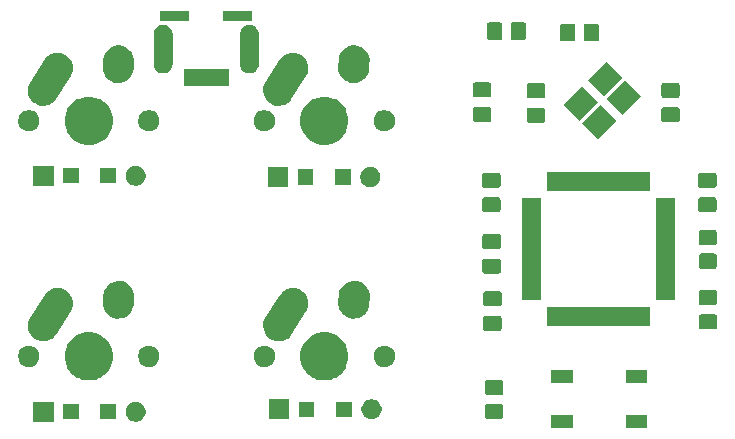
<source format=gbs>
G04 #@! TF.GenerationSoftware,KiCad,Pcbnew,(5.1.4-0-10_14)*
G04 #@! TF.CreationDate,2021-05-07T18:37:14+08:00*
G04 #@! TF.ProjectId,rqm-pcb,72716d2d-7063-4622-9e6b-696361645f70,rev?*
G04 #@! TF.SameCoordinates,Original*
G04 #@! TF.FileFunction,Soldermask,Bot*
G04 #@! TF.FilePolarity,Negative*
%FSLAX46Y46*%
G04 Gerber Fmt 4.6, Leading zero omitted, Abs format (unit mm)*
G04 Created by KiCad (PCBNEW (5.1.4-0-10_14)) date 2021-05-07 18:37:14*
%MOMM*%
%LPD*%
G04 APERTURE LIST*
%ADD10C,0.100000*%
G04 APERTURE END LIST*
D10*
G36*
X138981000Y-112741000D02*
G01*
X137179000Y-112741000D01*
X137179000Y-111639000D01*
X138981000Y-111639000D01*
X138981000Y-112741000D01*
X138981000Y-112741000D01*
G37*
G36*
X132681000Y-112741000D02*
G01*
X130879000Y-112741000D01*
X130879000Y-111639000D01*
X132681000Y-111639000D01*
X132681000Y-112741000D01*
X132681000Y-112741000D01*
G37*
G36*
X95918228Y-110541703D02*
G01*
X96073100Y-110605853D01*
X96212481Y-110698985D01*
X96331015Y-110817519D01*
X96424147Y-110956900D01*
X96488297Y-111111772D01*
X96521000Y-111276184D01*
X96521000Y-111443816D01*
X96488297Y-111608228D01*
X96424147Y-111763100D01*
X96331015Y-111902481D01*
X96212481Y-112021015D01*
X96073100Y-112114147D01*
X95918228Y-112178297D01*
X95753816Y-112211000D01*
X95586184Y-112211000D01*
X95421772Y-112178297D01*
X95266900Y-112114147D01*
X95127519Y-112021015D01*
X95008985Y-111902481D01*
X94915853Y-111763100D01*
X94851703Y-111608228D01*
X94819000Y-111443816D01*
X94819000Y-111276184D01*
X94851703Y-111111772D01*
X94915853Y-110956900D01*
X95008985Y-110817519D01*
X95127519Y-110698985D01*
X95266900Y-110605853D01*
X95421772Y-110541703D01*
X95586184Y-110509000D01*
X95753816Y-110509000D01*
X95918228Y-110541703D01*
X95918228Y-110541703D01*
G37*
G36*
X88721000Y-112211000D02*
G01*
X87019000Y-112211000D01*
X87019000Y-110509000D01*
X88721000Y-110509000D01*
X88721000Y-112211000D01*
X88721000Y-112211000D01*
G37*
G36*
X90846000Y-112011000D02*
G01*
X89544000Y-112011000D01*
X89544000Y-110709000D01*
X90846000Y-110709000D01*
X90846000Y-112011000D01*
X90846000Y-112011000D01*
G37*
G36*
X115888228Y-110341703D02*
G01*
X116043100Y-110405853D01*
X116182481Y-110498985D01*
X116301015Y-110617519D01*
X116394147Y-110756900D01*
X116458297Y-110911772D01*
X116491000Y-111076184D01*
X116491000Y-111243816D01*
X116458297Y-111408228D01*
X116394147Y-111563100D01*
X116301015Y-111702481D01*
X116182481Y-111821015D01*
X116043100Y-111914147D01*
X115888228Y-111978297D01*
X115723816Y-112011000D01*
X115556184Y-112011000D01*
X115391772Y-111978297D01*
X115236900Y-111914147D01*
X115097519Y-111821015D01*
X114978985Y-111702481D01*
X114885853Y-111563100D01*
X114821703Y-111408228D01*
X114789000Y-111243816D01*
X114789000Y-111076184D01*
X114821703Y-110911772D01*
X114885853Y-110756900D01*
X114978985Y-110617519D01*
X115097519Y-110498985D01*
X115236900Y-110405853D01*
X115391772Y-110341703D01*
X115556184Y-110309000D01*
X115723816Y-110309000D01*
X115888228Y-110341703D01*
X115888228Y-110341703D01*
G37*
G36*
X108691000Y-112011000D02*
G01*
X106989000Y-112011000D01*
X106989000Y-110309000D01*
X108691000Y-110309000D01*
X108691000Y-112011000D01*
X108691000Y-112011000D01*
G37*
G36*
X93996000Y-112011000D02*
G01*
X92694000Y-112011000D01*
X92694000Y-110709000D01*
X93996000Y-110709000D01*
X93996000Y-112011000D01*
X93996000Y-112011000D01*
G37*
G36*
X126611242Y-110683404D02*
G01*
X126648337Y-110694657D01*
X126682515Y-110712925D01*
X126712481Y-110737519D01*
X126737075Y-110767485D01*
X126755343Y-110801663D01*
X126766596Y-110838758D01*
X126771000Y-110883474D01*
X126771000Y-111776526D01*
X126766596Y-111821242D01*
X126755343Y-111858337D01*
X126737075Y-111892515D01*
X126712481Y-111922481D01*
X126682515Y-111947075D01*
X126648337Y-111965343D01*
X126611242Y-111976596D01*
X126566526Y-111981000D01*
X125473474Y-111981000D01*
X125428758Y-111976596D01*
X125391663Y-111965343D01*
X125357485Y-111947075D01*
X125327519Y-111922481D01*
X125302925Y-111892515D01*
X125284657Y-111858337D01*
X125273404Y-111821242D01*
X125269000Y-111776526D01*
X125269000Y-110883474D01*
X125273404Y-110838758D01*
X125284657Y-110801663D01*
X125302925Y-110767485D01*
X125327519Y-110737519D01*
X125357485Y-110712925D01*
X125391663Y-110694657D01*
X125428758Y-110683404D01*
X125473474Y-110679000D01*
X126566526Y-110679000D01*
X126611242Y-110683404D01*
X126611242Y-110683404D01*
G37*
G36*
X113966000Y-111811000D02*
G01*
X112664000Y-111811000D01*
X112664000Y-110509000D01*
X113966000Y-110509000D01*
X113966000Y-111811000D01*
X113966000Y-111811000D01*
G37*
G36*
X110816000Y-111811000D02*
G01*
X109514000Y-111811000D01*
X109514000Y-110509000D01*
X110816000Y-110509000D01*
X110816000Y-111811000D01*
X110816000Y-111811000D01*
G37*
G36*
X126611242Y-108683404D02*
G01*
X126648337Y-108694657D01*
X126682515Y-108712925D01*
X126712481Y-108737519D01*
X126737075Y-108767485D01*
X126755343Y-108801663D01*
X126766596Y-108838758D01*
X126771000Y-108883474D01*
X126771000Y-109776526D01*
X126766596Y-109821242D01*
X126755343Y-109858337D01*
X126737075Y-109892515D01*
X126712481Y-109922481D01*
X126682515Y-109947075D01*
X126648337Y-109965343D01*
X126611242Y-109976596D01*
X126566526Y-109981000D01*
X125473474Y-109981000D01*
X125428758Y-109976596D01*
X125391663Y-109965343D01*
X125357485Y-109947075D01*
X125327519Y-109922481D01*
X125302925Y-109892515D01*
X125284657Y-109858337D01*
X125273404Y-109821242D01*
X125269000Y-109776526D01*
X125269000Y-108883474D01*
X125273404Y-108838758D01*
X125284657Y-108801663D01*
X125302925Y-108767485D01*
X125327519Y-108737519D01*
X125357485Y-108712925D01*
X125391663Y-108694657D01*
X125428758Y-108683404D01*
X125473474Y-108679000D01*
X126566526Y-108679000D01*
X126611242Y-108683404D01*
X126611242Y-108683404D01*
G37*
G36*
X132681000Y-108941000D02*
G01*
X130879000Y-108941000D01*
X130879000Y-107839000D01*
X132681000Y-107839000D01*
X132681000Y-108941000D01*
X132681000Y-108941000D01*
G37*
G36*
X138981000Y-108941000D02*
G01*
X137179000Y-108941000D01*
X137179000Y-107839000D01*
X138981000Y-107839000D01*
X138981000Y-108941000D01*
X138981000Y-108941000D01*
G37*
G36*
X92300675Y-104707885D02*
G01*
X92518675Y-104798184D01*
X92672824Y-104862034D01*
X93007749Y-105085824D01*
X93292578Y-105370653D01*
X93516368Y-105705578D01*
X93580218Y-105859727D01*
X93670517Y-106077727D01*
X93749101Y-106472795D01*
X93749101Y-106875607D01*
X93670517Y-107270675D01*
X93586523Y-107473454D01*
X93516368Y-107642824D01*
X93292578Y-107977749D01*
X93007749Y-108262578D01*
X92672824Y-108486368D01*
X92518675Y-108550218D01*
X92300675Y-108640517D01*
X91905607Y-108719101D01*
X91502795Y-108719101D01*
X91107727Y-108640517D01*
X90889727Y-108550218D01*
X90735578Y-108486368D01*
X90400653Y-108262578D01*
X90115824Y-107977749D01*
X89892034Y-107642824D01*
X89821879Y-107473454D01*
X89737885Y-107270675D01*
X89659301Y-106875607D01*
X89659301Y-106472795D01*
X89737885Y-106077727D01*
X89828184Y-105859727D01*
X89892034Y-105705578D01*
X90115824Y-105370653D01*
X90400653Y-105085824D01*
X90735578Y-104862034D01*
X90889727Y-104798184D01*
X91107727Y-104707885D01*
X91502795Y-104629301D01*
X91905607Y-104629301D01*
X92300675Y-104707885D01*
X92300675Y-104707885D01*
G37*
G36*
X112240675Y-104707885D02*
G01*
X112458675Y-104798184D01*
X112612824Y-104862034D01*
X112947749Y-105085824D01*
X113232578Y-105370653D01*
X113456368Y-105705578D01*
X113520218Y-105859727D01*
X113610517Y-106077727D01*
X113689101Y-106472795D01*
X113689101Y-106875607D01*
X113610517Y-107270675D01*
X113526523Y-107473454D01*
X113456368Y-107642824D01*
X113232578Y-107977749D01*
X112947749Y-108262578D01*
X112612824Y-108486368D01*
X112458675Y-108550218D01*
X112240675Y-108640517D01*
X111845607Y-108719101D01*
X111442795Y-108719101D01*
X111047727Y-108640517D01*
X110829727Y-108550218D01*
X110675578Y-108486368D01*
X110340653Y-108262578D01*
X110055824Y-107977749D01*
X109832034Y-107642824D01*
X109761879Y-107473454D01*
X109677885Y-107270675D01*
X109599301Y-106875607D01*
X109599301Y-106472795D01*
X109677885Y-106077727D01*
X109768184Y-105859727D01*
X109832034Y-105705578D01*
X110055824Y-105370653D01*
X110340653Y-105085824D01*
X110675578Y-104862034D01*
X110829727Y-104798184D01*
X111047727Y-104707885D01*
X111442795Y-104629301D01*
X111845607Y-104629301D01*
X112240675Y-104707885D01*
X112240675Y-104707885D01*
G37*
G36*
X86800153Y-105789630D02*
G01*
X86887276Y-105806960D01*
X86996699Y-105852285D01*
X87051412Y-105874948D01*
X87198134Y-105972984D01*
X87199129Y-105973649D01*
X87324753Y-106099273D01*
X87324755Y-106099276D01*
X87423454Y-106246990D01*
X87423454Y-106246991D01*
X87491442Y-106411126D01*
X87526101Y-106585372D01*
X87526101Y-106763030D01*
X87491442Y-106937276D01*
X87446117Y-107046699D01*
X87423454Y-107101412D01*
X87325418Y-107248134D01*
X87324753Y-107249129D01*
X87199129Y-107374753D01*
X87199126Y-107374755D01*
X87051412Y-107473454D01*
X86996699Y-107496117D01*
X86887276Y-107541442D01*
X86800153Y-107558772D01*
X86713032Y-107576101D01*
X86535370Y-107576101D01*
X86448249Y-107558772D01*
X86361126Y-107541442D01*
X86251703Y-107496117D01*
X86196990Y-107473454D01*
X86049276Y-107374755D01*
X86049273Y-107374753D01*
X85923649Y-107249129D01*
X85922984Y-107248134D01*
X85824948Y-107101412D01*
X85802285Y-107046699D01*
X85756960Y-106937276D01*
X85722301Y-106763030D01*
X85722301Y-106585372D01*
X85756960Y-106411126D01*
X85824948Y-106246991D01*
X85824948Y-106246990D01*
X85923647Y-106099276D01*
X85923649Y-106099273D01*
X86049273Y-105973649D01*
X86050268Y-105972984D01*
X86196990Y-105874948D01*
X86251703Y-105852285D01*
X86361126Y-105806960D01*
X86448249Y-105789630D01*
X86535370Y-105772301D01*
X86713032Y-105772301D01*
X86800153Y-105789630D01*
X86800153Y-105789630D01*
G37*
G36*
X106740153Y-105789630D02*
G01*
X106827276Y-105806960D01*
X106936699Y-105852285D01*
X106991412Y-105874948D01*
X107138134Y-105972984D01*
X107139129Y-105973649D01*
X107264753Y-106099273D01*
X107264755Y-106099276D01*
X107363454Y-106246990D01*
X107363454Y-106246991D01*
X107431442Y-106411126D01*
X107466101Y-106585372D01*
X107466101Y-106763030D01*
X107431442Y-106937276D01*
X107386117Y-107046699D01*
X107363454Y-107101412D01*
X107265418Y-107248134D01*
X107264753Y-107249129D01*
X107139129Y-107374753D01*
X107139126Y-107374755D01*
X106991412Y-107473454D01*
X106936699Y-107496117D01*
X106827276Y-107541442D01*
X106740153Y-107558772D01*
X106653032Y-107576101D01*
X106475370Y-107576101D01*
X106388249Y-107558772D01*
X106301126Y-107541442D01*
X106191703Y-107496117D01*
X106136990Y-107473454D01*
X105989276Y-107374755D01*
X105989273Y-107374753D01*
X105863649Y-107249129D01*
X105862984Y-107248134D01*
X105764948Y-107101412D01*
X105742285Y-107046699D01*
X105696960Y-106937276D01*
X105662301Y-106763030D01*
X105662301Y-106585372D01*
X105696960Y-106411126D01*
X105764948Y-106246991D01*
X105764948Y-106246990D01*
X105863647Y-106099276D01*
X105863649Y-106099273D01*
X105989273Y-105973649D01*
X105990268Y-105972984D01*
X106136990Y-105874948D01*
X106191703Y-105852285D01*
X106301126Y-105806960D01*
X106388249Y-105789630D01*
X106475370Y-105772301D01*
X106653032Y-105772301D01*
X106740153Y-105789630D01*
X106740153Y-105789630D01*
G37*
G36*
X116900153Y-105789630D02*
G01*
X116987276Y-105806960D01*
X117096699Y-105852285D01*
X117151412Y-105874948D01*
X117298134Y-105972984D01*
X117299129Y-105973649D01*
X117424753Y-106099273D01*
X117424755Y-106099276D01*
X117523454Y-106246990D01*
X117523454Y-106246991D01*
X117591442Y-106411126D01*
X117626101Y-106585372D01*
X117626101Y-106763030D01*
X117591442Y-106937276D01*
X117546117Y-107046699D01*
X117523454Y-107101412D01*
X117425418Y-107248134D01*
X117424753Y-107249129D01*
X117299129Y-107374753D01*
X117299126Y-107374755D01*
X117151412Y-107473454D01*
X117096699Y-107496117D01*
X116987276Y-107541442D01*
X116900153Y-107558772D01*
X116813032Y-107576101D01*
X116635370Y-107576101D01*
X116548249Y-107558772D01*
X116461126Y-107541442D01*
X116351703Y-107496117D01*
X116296990Y-107473454D01*
X116149276Y-107374755D01*
X116149273Y-107374753D01*
X116023649Y-107249129D01*
X116022984Y-107248134D01*
X115924948Y-107101412D01*
X115902285Y-107046699D01*
X115856960Y-106937276D01*
X115822301Y-106763030D01*
X115822301Y-106585372D01*
X115856960Y-106411126D01*
X115924948Y-106246991D01*
X115924948Y-106246990D01*
X116023647Y-106099276D01*
X116023649Y-106099273D01*
X116149273Y-105973649D01*
X116150268Y-105972984D01*
X116296990Y-105874948D01*
X116351703Y-105852285D01*
X116461126Y-105806960D01*
X116548249Y-105789630D01*
X116635370Y-105772301D01*
X116813032Y-105772301D01*
X116900153Y-105789630D01*
X116900153Y-105789630D01*
G37*
G36*
X96960153Y-105789630D02*
G01*
X97047276Y-105806960D01*
X97156699Y-105852285D01*
X97211412Y-105874948D01*
X97358134Y-105972984D01*
X97359129Y-105973649D01*
X97484753Y-106099273D01*
X97484755Y-106099276D01*
X97583454Y-106246990D01*
X97583454Y-106246991D01*
X97651442Y-106411126D01*
X97686101Y-106585372D01*
X97686101Y-106763030D01*
X97651442Y-106937276D01*
X97606117Y-107046699D01*
X97583454Y-107101412D01*
X97485418Y-107248134D01*
X97484753Y-107249129D01*
X97359129Y-107374753D01*
X97359126Y-107374755D01*
X97211412Y-107473454D01*
X97156699Y-107496117D01*
X97047276Y-107541442D01*
X96960153Y-107558772D01*
X96873032Y-107576101D01*
X96695370Y-107576101D01*
X96608249Y-107558772D01*
X96521126Y-107541442D01*
X96411703Y-107496117D01*
X96356990Y-107473454D01*
X96209276Y-107374755D01*
X96209273Y-107374753D01*
X96083649Y-107249129D01*
X96082984Y-107248134D01*
X95984948Y-107101412D01*
X95962285Y-107046699D01*
X95916960Y-106937276D01*
X95882301Y-106763030D01*
X95882301Y-106585372D01*
X95916960Y-106411126D01*
X95984948Y-106246991D01*
X95984948Y-106246990D01*
X96083647Y-106099276D01*
X96083649Y-106099273D01*
X96209273Y-105973649D01*
X96210268Y-105972984D01*
X96356990Y-105874948D01*
X96411703Y-105852285D01*
X96521126Y-105806960D01*
X96608249Y-105789630D01*
X96695370Y-105772301D01*
X96873032Y-105772301D01*
X96960153Y-105789630D01*
X96960153Y-105789630D01*
G37*
G36*
X89195495Y-100911437D02*
G01*
X89280672Y-100917954D01*
X89320454Y-100929080D01*
X89527476Y-100986978D01*
X89756071Y-101102826D01*
X89756073Y-101102827D01*
X89756074Y-101102828D01*
X89899025Y-101215017D01*
X89957673Y-101261044D01*
X90124535Y-101455554D01*
X90250244Y-101678879D01*
X90324588Y-101906000D01*
X90329969Y-101922440D01*
X90354387Y-102124965D01*
X90360645Y-102176868D01*
X90341096Y-102432396D01*
X90317942Y-102515184D01*
X90272071Y-102679201D01*
X90233760Y-102754797D01*
X90185251Y-102850517D01*
X88907655Y-104855939D01*
X88865658Y-104909451D01*
X88789081Y-105007027D01*
X88594574Y-105173887D01*
X88457956Y-105250788D01*
X88371246Y-105299597D01*
X88154169Y-105370653D01*
X88127685Y-105379322D01*
X87873258Y-105409998D01*
X87873257Y-105409998D01*
X87617730Y-105390449D01*
X87370926Y-105321424D01*
X87370925Y-105321424D01*
X87370923Y-105321423D01*
X87142336Y-105205579D01*
X87142334Y-105205578D01*
X87142331Y-105205576D01*
X86940729Y-105047358D01*
X86940725Y-105047355D01*
X86773868Y-104852851D01*
X86648159Y-104629524D01*
X86648158Y-104629523D01*
X86568434Y-104385965D01*
X86568433Y-104385962D01*
X86537757Y-104131535D01*
X86541623Y-104081000D01*
X86557306Y-103876007D01*
X86626331Y-103629203D01*
X86626331Y-103629202D01*
X86706971Y-103470081D01*
X86713151Y-103457886D01*
X87990746Y-101452463D01*
X88109320Y-101301376D01*
X88164546Y-101254000D01*
X88303831Y-101134513D01*
X88527149Y-101008807D01*
X88527155Y-101008805D01*
X88770712Y-100929081D01*
X88770713Y-100929081D01*
X88770716Y-100929080D01*
X89025142Y-100898404D01*
X89025144Y-100898404D01*
X89195495Y-100911437D01*
X89195495Y-100911437D01*
G37*
G36*
X109135495Y-100911437D02*
G01*
X109220672Y-100917954D01*
X109260454Y-100929080D01*
X109467476Y-100986978D01*
X109696071Y-101102826D01*
X109696073Y-101102827D01*
X109696074Y-101102828D01*
X109839025Y-101215017D01*
X109897673Y-101261044D01*
X110064535Y-101455554D01*
X110190244Y-101678879D01*
X110264588Y-101906000D01*
X110269969Y-101922440D01*
X110294387Y-102124965D01*
X110300645Y-102176868D01*
X110281096Y-102432396D01*
X110257942Y-102515184D01*
X110212071Y-102679201D01*
X110173760Y-102754797D01*
X110125251Y-102850517D01*
X108847655Y-104855939D01*
X108805658Y-104909451D01*
X108729081Y-105007027D01*
X108534574Y-105173887D01*
X108397956Y-105250788D01*
X108311246Y-105299597D01*
X108094169Y-105370653D01*
X108067685Y-105379322D01*
X107813258Y-105409998D01*
X107813257Y-105409998D01*
X107557730Y-105390449D01*
X107310926Y-105321424D01*
X107310925Y-105321424D01*
X107310923Y-105321423D01*
X107082336Y-105205579D01*
X107082334Y-105205578D01*
X107082331Y-105205576D01*
X106880729Y-105047358D01*
X106880725Y-105047355D01*
X106713868Y-104852851D01*
X106588159Y-104629524D01*
X106588158Y-104629523D01*
X106508434Y-104385965D01*
X106508433Y-104385962D01*
X106477757Y-104131535D01*
X106481623Y-104081000D01*
X106497306Y-103876007D01*
X106566331Y-103629203D01*
X106566331Y-103629202D01*
X106646971Y-103470081D01*
X106653151Y-103457886D01*
X107930746Y-101452463D01*
X108049320Y-101301376D01*
X108104546Y-101254000D01*
X108243831Y-101134513D01*
X108467149Y-101008807D01*
X108467155Y-101008805D01*
X108710712Y-100929081D01*
X108710713Y-100929081D01*
X108710716Y-100929080D01*
X108965142Y-100898404D01*
X108965144Y-100898404D01*
X109135495Y-100911437D01*
X109135495Y-100911437D01*
G37*
G36*
X126494983Y-103253434D02*
G01*
X126532372Y-103264776D01*
X126566826Y-103283191D01*
X126597025Y-103307975D01*
X126621809Y-103338174D01*
X126640224Y-103372628D01*
X126651566Y-103410017D01*
X126656000Y-103455035D01*
X126656000Y-104319965D01*
X126651566Y-104364983D01*
X126640224Y-104402372D01*
X126621809Y-104436826D01*
X126597025Y-104467025D01*
X126566826Y-104491809D01*
X126532372Y-104510224D01*
X126494983Y-104521566D01*
X126449965Y-104526000D01*
X125310035Y-104526000D01*
X125265017Y-104521566D01*
X125227628Y-104510224D01*
X125193174Y-104491809D01*
X125162975Y-104467025D01*
X125138191Y-104436826D01*
X125119776Y-104402372D01*
X125108434Y-104364983D01*
X125104000Y-104319965D01*
X125104000Y-103455035D01*
X125108434Y-103410017D01*
X125119776Y-103372628D01*
X125138191Y-103338174D01*
X125162975Y-103307975D01*
X125193174Y-103283191D01*
X125227628Y-103264776D01*
X125265017Y-103253434D01*
X125310035Y-103249000D01*
X126449965Y-103249000D01*
X126494983Y-103253434D01*
X126494983Y-103253434D01*
G37*
G36*
X144734983Y-103133434D02*
G01*
X144772372Y-103144776D01*
X144806826Y-103163191D01*
X144837025Y-103187975D01*
X144861809Y-103218174D01*
X144880224Y-103252628D01*
X144891566Y-103290017D01*
X144896000Y-103335035D01*
X144896000Y-104199965D01*
X144891566Y-104244983D01*
X144880224Y-104282372D01*
X144861809Y-104316826D01*
X144837025Y-104347025D01*
X144806826Y-104371809D01*
X144772372Y-104390224D01*
X144734983Y-104401566D01*
X144689965Y-104406000D01*
X143550035Y-104406000D01*
X143505017Y-104401566D01*
X143467628Y-104390224D01*
X143433174Y-104371809D01*
X143402975Y-104347025D01*
X143378191Y-104316826D01*
X143359776Y-104282372D01*
X143348434Y-104244983D01*
X143344000Y-104199965D01*
X143344000Y-103335035D01*
X143348434Y-103290017D01*
X143359776Y-103252628D01*
X143378191Y-103218174D01*
X143402975Y-103187975D01*
X143433174Y-103163191D01*
X143467628Y-103144776D01*
X143505017Y-103133434D01*
X143550035Y-103129000D01*
X144689965Y-103129000D01*
X144734983Y-103133434D01*
X144734983Y-103133434D01*
G37*
G36*
X139186000Y-104081000D02*
G01*
X130534000Y-104081000D01*
X130534000Y-102479000D01*
X139186000Y-102479000D01*
X139186000Y-104081000D01*
X139186000Y-104081000D01*
G37*
G36*
X114525580Y-100333014D02*
G01*
X114765192Y-100423914D01*
X114982466Y-100559814D01*
X115169053Y-100735489D01*
X115280410Y-100891751D01*
X115317781Y-100944191D01*
X115422936Y-101177898D01*
X115422937Y-101177902D01*
X115480477Y-101427629D01*
X115486259Y-101619595D01*
X115486258Y-101619603D01*
X115438117Y-102325772D01*
X115406336Y-102515184D01*
X115315436Y-102754796D01*
X115179536Y-102972070D01*
X115003861Y-103158657D01*
X114854949Y-103264776D01*
X114795159Y-103307385D01*
X114561452Y-103412540D01*
X114561448Y-103412541D01*
X114311722Y-103470081D01*
X114055567Y-103477795D01*
X114055563Y-103477795D01*
X113802822Y-103435388D01*
X113563210Y-103344488D01*
X113345936Y-103208588D01*
X113310039Y-103174790D01*
X113159349Y-103032913D01*
X113029367Y-102850516D01*
X113010621Y-102824211D01*
X112905466Y-102590504D01*
X112859734Y-102392025D01*
X112847925Y-102340773D01*
X112842143Y-102148809D01*
X112890285Y-101442629D01*
X112900788Y-101380035D01*
X112922066Y-101253218D01*
X113012966Y-101013606D01*
X113148866Y-100796332D01*
X113206151Y-100735489D01*
X113324541Y-100609745D01*
X113480803Y-100498388D01*
X113533243Y-100461017D01*
X113766950Y-100355862D01*
X113766954Y-100355861D01*
X114016680Y-100298321D01*
X114272835Y-100290607D01*
X114272839Y-100290607D01*
X114525580Y-100333014D01*
X114525580Y-100333014D01*
G37*
G36*
X94585580Y-100333014D02*
G01*
X94825192Y-100423914D01*
X95042466Y-100559814D01*
X95229053Y-100735489D01*
X95340410Y-100891751D01*
X95377781Y-100944191D01*
X95482936Y-101177898D01*
X95482937Y-101177902D01*
X95540477Y-101427629D01*
X95546259Y-101619595D01*
X95546258Y-101619603D01*
X95498117Y-102325772D01*
X95466336Y-102515184D01*
X95375436Y-102754796D01*
X95239536Y-102972070D01*
X95063861Y-103158657D01*
X94914949Y-103264776D01*
X94855159Y-103307385D01*
X94621452Y-103412540D01*
X94621448Y-103412541D01*
X94371722Y-103470081D01*
X94115567Y-103477795D01*
X94115563Y-103477795D01*
X93862822Y-103435388D01*
X93623210Y-103344488D01*
X93405936Y-103208588D01*
X93370039Y-103174790D01*
X93219349Y-103032913D01*
X93089367Y-102850516D01*
X93070621Y-102824211D01*
X92965466Y-102590504D01*
X92919734Y-102392025D01*
X92907925Y-102340773D01*
X92902143Y-102148809D01*
X92950285Y-101442629D01*
X92960788Y-101380035D01*
X92982066Y-101253218D01*
X93072966Y-101013606D01*
X93208866Y-100796332D01*
X93266151Y-100735489D01*
X93384541Y-100609745D01*
X93540803Y-100498388D01*
X93593243Y-100461017D01*
X93826950Y-100355862D01*
X93826954Y-100355861D01*
X94076680Y-100298321D01*
X94332835Y-100290607D01*
X94332839Y-100290607D01*
X94585580Y-100333014D01*
X94585580Y-100333014D01*
G37*
G36*
X126494983Y-101178434D02*
G01*
X126532372Y-101189776D01*
X126566826Y-101208191D01*
X126597025Y-101232975D01*
X126621809Y-101263174D01*
X126640224Y-101297628D01*
X126651566Y-101335017D01*
X126656000Y-101380035D01*
X126656000Y-102244965D01*
X126651566Y-102289983D01*
X126640224Y-102327372D01*
X126621809Y-102361826D01*
X126597025Y-102392025D01*
X126566826Y-102416809D01*
X126532372Y-102435224D01*
X126494983Y-102446566D01*
X126449965Y-102451000D01*
X125310035Y-102451000D01*
X125265017Y-102446566D01*
X125227628Y-102435224D01*
X125193174Y-102416809D01*
X125162975Y-102392025D01*
X125138191Y-102361826D01*
X125119776Y-102327372D01*
X125108434Y-102289983D01*
X125104000Y-102244965D01*
X125104000Y-101380035D01*
X125108434Y-101335017D01*
X125119776Y-101297628D01*
X125138191Y-101263174D01*
X125162975Y-101232975D01*
X125193174Y-101208191D01*
X125227628Y-101189776D01*
X125265017Y-101178434D01*
X125310035Y-101174000D01*
X126449965Y-101174000D01*
X126494983Y-101178434D01*
X126494983Y-101178434D01*
G37*
G36*
X144734983Y-101058434D02*
G01*
X144772372Y-101069776D01*
X144806826Y-101088191D01*
X144837025Y-101112975D01*
X144861809Y-101143174D01*
X144880224Y-101177628D01*
X144891566Y-101215017D01*
X144896000Y-101260035D01*
X144896000Y-102124965D01*
X144891566Y-102169983D01*
X144880224Y-102207372D01*
X144861809Y-102241826D01*
X144837025Y-102272025D01*
X144806826Y-102296809D01*
X144772372Y-102315224D01*
X144734983Y-102326566D01*
X144689965Y-102331000D01*
X143550035Y-102331000D01*
X143505017Y-102326566D01*
X143467628Y-102315224D01*
X143433174Y-102296809D01*
X143402975Y-102272025D01*
X143378191Y-102241826D01*
X143359776Y-102207372D01*
X143348434Y-102169983D01*
X143344000Y-102124965D01*
X143344000Y-101260035D01*
X143348434Y-101215017D01*
X143359776Y-101177628D01*
X143378191Y-101143174D01*
X143402975Y-101112975D01*
X143433174Y-101088191D01*
X143467628Y-101069776D01*
X143505017Y-101058434D01*
X143550035Y-101054000D01*
X144689965Y-101054000D01*
X144734983Y-101058434D01*
X144734983Y-101058434D01*
G37*
G36*
X129961000Y-101906000D02*
G01*
X128359000Y-101906000D01*
X128359000Y-93254000D01*
X129961000Y-93254000D01*
X129961000Y-101906000D01*
X129961000Y-101906000D01*
G37*
G36*
X141361000Y-101906000D02*
G01*
X139759000Y-101906000D01*
X139759000Y-93254000D01*
X141361000Y-93254000D01*
X141361000Y-101906000D01*
X141361000Y-101906000D01*
G37*
G36*
X126424983Y-98403434D02*
G01*
X126462372Y-98414776D01*
X126496826Y-98433191D01*
X126527025Y-98457975D01*
X126551809Y-98488174D01*
X126570224Y-98522628D01*
X126581566Y-98560017D01*
X126586000Y-98605035D01*
X126586000Y-99469965D01*
X126581566Y-99514983D01*
X126570224Y-99552372D01*
X126551809Y-99586826D01*
X126527025Y-99617025D01*
X126496826Y-99641809D01*
X126462372Y-99660224D01*
X126424983Y-99671566D01*
X126379965Y-99676000D01*
X125240035Y-99676000D01*
X125195017Y-99671566D01*
X125157628Y-99660224D01*
X125123174Y-99641809D01*
X125092975Y-99617025D01*
X125068191Y-99586826D01*
X125049776Y-99552372D01*
X125038434Y-99514983D01*
X125034000Y-99469965D01*
X125034000Y-98605035D01*
X125038434Y-98560017D01*
X125049776Y-98522628D01*
X125068191Y-98488174D01*
X125092975Y-98457975D01*
X125123174Y-98433191D01*
X125157628Y-98414776D01*
X125195017Y-98403434D01*
X125240035Y-98399000D01*
X126379965Y-98399000D01*
X126424983Y-98403434D01*
X126424983Y-98403434D01*
G37*
G36*
X144701242Y-97973404D02*
G01*
X144738337Y-97984657D01*
X144772515Y-98002925D01*
X144802481Y-98027519D01*
X144827075Y-98057485D01*
X144845343Y-98091663D01*
X144856596Y-98128758D01*
X144861000Y-98173474D01*
X144861000Y-99066526D01*
X144856596Y-99111242D01*
X144845343Y-99148337D01*
X144827075Y-99182515D01*
X144802481Y-99212481D01*
X144772515Y-99237075D01*
X144738337Y-99255343D01*
X144701242Y-99266596D01*
X144656526Y-99271000D01*
X143563474Y-99271000D01*
X143518758Y-99266596D01*
X143481663Y-99255343D01*
X143447485Y-99237075D01*
X143417519Y-99212481D01*
X143392925Y-99182515D01*
X143374657Y-99148337D01*
X143363404Y-99111242D01*
X143359000Y-99066526D01*
X143359000Y-98173474D01*
X143363404Y-98128758D01*
X143374657Y-98091663D01*
X143392925Y-98057485D01*
X143417519Y-98027519D01*
X143447485Y-98002925D01*
X143481663Y-97984657D01*
X143518758Y-97973404D01*
X143563474Y-97969000D01*
X144656526Y-97969000D01*
X144701242Y-97973404D01*
X144701242Y-97973404D01*
G37*
G36*
X126424983Y-96328434D02*
G01*
X126462372Y-96339776D01*
X126496826Y-96358191D01*
X126527025Y-96382975D01*
X126551809Y-96413174D01*
X126570224Y-96447628D01*
X126581566Y-96485017D01*
X126586000Y-96530035D01*
X126586000Y-97394965D01*
X126581566Y-97439983D01*
X126570224Y-97477372D01*
X126551809Y-97511826D01*
X126527025Y-97542025D01*
X126496826Y-97566809D01*
X126462372Y-97585224D01*
X126424983Y-97596566D01*
X126379965Y-97601000D01*
X125240035Y-97601000D01*
X125195017Y-97596566D01*
X125157628Y-97585224D01*
X125123174Y-97566809D01*
X125092975Y-97542025D01*
X125068191Y-97511826D01*
X125049776Y-97477372D01*
X125038434Y-97439983D01*
X125034000Y-97394965D01*
X125034000Y-96530035D01*
X125038434Y-96485017D01*
X125049776Y-96447628D01*
X125068191Y-96413174D01*
X125092975Y-96382975D01*
X125123174Y-96358191D01*
X125157628Y-96339776D01*
X125195017Y-96328434D01*
X125240035Y-96324000D01*
X126379965Y-96324000D01*
X126424983Y-96328434D01*
X126424983Y-96328434D01*
G37*
G36*
X144701242Y-95973404D02*
G01*
X144738337Y-95984657D01*
X144772515Y-96002925D01*
X144802481Y-96027519D01*
X144827075Y-96057485D01*
X144845343Y-96091663D01*
X144856596Y-96128758D01*
X144861000Y-96173474D01*
X144861000Y-97066526D01*
X144856596Y-97111242D01*
X144845343Y-97148337D01*
X144827075Y-97182515D01*
X144802481Y-97212481D01*
X144772515Y-97237075D01*
X144738337Y-97255343D01*
X144701242Y-97266596D01*
X144656526Y-97271000D01*
X143563474Y-97271000D01*
X143518758Y-97266596D01*
X143481663Y-97255343D01*
X143447485Y-97237075D01*
X143417519Y-97212481D01*
X143392925Y-97182515D01*
X143374657Y-97148337D01*
X143363404Y-97111242D01*
X143359000Y-97066526D01*
X143359000Y-96173474D01*
X143363404Y-96128758D01*
X143374657Y-96091663D01*
X143392925Y-96057485D01*
X143417519Y-96027519D01*
X143447485Y-96002925D01*
X143481663Y-95984657D01*
X143518758Y-95973404D01*
X143563474Y-95969000D01*
X144656526Y-95969000D01*
X144701242Y-95973404D01*
X144701242Y-95973404D01*
G37*
G36*
X126404983Y-93203434D02*
G01*
X126442372Y-93214776D01*
X126476826Y-93233191D01*
X126507025Y-93257975D01*
X126531809Y-93288174D01*
X126550224Y-93322628D01*
X126561566Y-93360017D01*
X126566000Y-93405035D01*
X126566000Y-94269965D01*
X126561566Y-94314983D01*
X126550224Y-94352372D01*
X126531809Y-94386826D01*
X126507025Y-94417025D01*
X126476826Y-94441809D01*
X126442372Y-94460224D01*
X126404983Y-94471566D01*
X126359965Y-94476000D01*
X125220035Y-94476000D01*
X125175017Y-94471566D01*
X125137628Y-94460224D01*
X125103174Y-94441809D01*
X125072975Y-94417025D01*
X125048191Y-94386826D01*
X125029776Y-94352372D01*
X125018434Y-94314983D01*
X125014000Y-94269965D01*
X125014000Y-93405035D01*
X125018434Y-93360017D01*
X125029776Y-93322628D01*
X125048191Y-93288174D01*
X125072975Y-93257975D01*
X125103174Y-93233191D01*
X125137628Y-93214776D01*
X125175017Y-93203434D01*
X125220035Y-93199000D01*
X126359965Y-93199000D01*
X126404983Y-93203434D01*
X126404983Y-93203434D01*
G37*
G36*
X144694983Y-93203434D02*
G01*
X144732372Y-93214776D01*
X144766826Y-93233191D01*
X144797025Y-93257975D01*
X144821809Y-93288174D01*
X144840224Y-93322628D01*
X144851566Y-93360017D01*
X144856000Y-93405035D01*
X144856000Y-94269965D01*
X144851566Y-94314983D01*
X144840224Y-94352372D01*
X144821809Y-94386826D01*
X144797025Y-94417025D01*
X144766826Y-94441809D01*
X144732372Y-94460224D01*
X144694983Y-94471566D01*
X144649965Y-94476000D01*
X143510035Y-94476000D01*
X143465017Y-94471566D01*
X143427628Y-94460224D01*
X143393174Y-94441809D01*
X143362975Y-94417025D01*
X143338191Y-94386826D01*
X143319776Y-94352372D01*
X143308434Y-94314983D01*
X143304000Y-94269965D01*
X143304000Y-93405035D01*
X143308434Y-93360017D01*
X143319776Y-93322628D01*
X143338191Y-93288174D01*
X143362975Y-93257975D01*
X143393174Y-93233191D01*
X143427628Y-93214776D01*
X143465017Y-93203434D01*
X143510035Y-93199000D01*
X144649965Y-93199000D01*
X144694983Y-93203434D01*
X144694983Y-93203434D01*
G37*
G36*
X139186000Y-92681000D02*
G01*
X130534000Y-92681000D01*
X130534000Y-91079000D01*
X139186000Y-91079000D01*
X139186000Y-92681000D01*
X139186000Y-92681000D01*
G37*
G36*
X144694983Y-91128434D02*
G01*
X144732372Y-91139776D01*
X144766826Y-91158191D01*
X144797025Y-91182975D01*
X144821809Y-91213174D01*
X144840224Y-91247628D01*
X144851566Y-91285017D01*
X144856000Y-91330035D01*
X144856000Y-92194965D01*
X144851566Y-92239983D01*
X144840224Y-92277372D01*
X144821809Y-92311826D01*
X144797025Y-92342025D01*
X144766826Y-92366809D01*
X144732372Y-92385224D01*
X144694983Y-92396566D01*
X144649965Y-92401000D01*
X143510035Y-92401000D01*
X143465017Y-92396566D01*
X143427628Y-92385224D01*
X143393174Y-92366809D01*
X143362975Y-92342025D01*
X143338191Y-92311826D01*
X143319776Y-92277372D01*
X143308434Y-92239983D01*
X143304000Y-92194965D01*
X143304000Y-91330035D01*
X143308434Y-91285017D01*
X143319776Y-91247628D01*
X143338191Y-91213174D01*
X143362975Y-91182975D01*
X143393174Y-91158191D01*
X143427628Y-91139776D01*
X143465017Y-91128434D01*
X143510035Y-91124000D01*
X144649965Y-91124000D01*
X144694983Y-91128434D01*
X144694983Y-91128434D01*
G37*
G36*
X126404983Y-91128434D02*
G01*
X126442372Y-91139776D01*
X126476826Y-91158191D01*
X126507025Y-91182975D01*
X126531809Y-91213174D01*
X126550224Y-91247628D01*
X126561566Y-91285017D01*
X126566000Y-91330035D01*
X126566000Y-92194965D01*
X126561566Y-92239983D01*
X126550224Y-92277372D01*
X126531809Y-92311826D01*
X126507025Y-92342025D01*
X126476826Y-92366809D01*
X126442372Y-92385224D01*
X126404983Y-92396566D01*
X126359965Y-92401000D01*
X125220035Y-92401000D01*
X125175017Y-92396566D01*
X125137628Y-92385224D01*
X125103174Y-92366809D01*
X125072975Y-92342025D01*
X125048191Y-92311826D01*
X125029776Y-92277372D01*
X125018434Y-92239983D01*
X125014000Y-92194965D01*
X125014000Y-91330035D01*
X125018434Y-91285017D01*
X125029776Y-91247628D01*
X125048191Y-91213174D01*
X125072975Y-91182975D01*
X125103174Y-91158191D01*
X125137628Y-91139776D01*
X125175017Y-91128434D01*
X125220035Y-91124000D01*
X126359965Y-91124000D01*
X126404983Y-91128434D01*
X126404983Y-91128434D01*
G37*
G36*
X108591000Y-92341000D02*
G01*
X106889000Y-92341000D01*
X106889000Y-90639000D01*
X108591000Y-90639000D01*
X108591000Y-92341000D01*
X108591000Y-92341000D01*
G37*
G36*
X115788228Y-90671703D02*
G01*
X115943100Y-90735853D01*
X116082481Y-90828985D01*
X116201015Y-90947519D01*
X116294147Y-91086900D01*
X116358297Y-91241772D01*
X116391000Y-91406184D01*
X116391000Y-91573816D01*
X116358297Y-91738228D01*
X116294147Y-91893100D01*
X116201015Y-92032481D01*
X116082481Y-92151015D01*
X115943100Y-92244147D01*
X115788228Y-92308297D01*
X115623816Y-92341000D01*
X115456184Y-92341000D01*
X115291772Y-92308297D01*
X115136900Y-92244147D01*
X114997519Y-92151015D01*
X114878985Y-92032481D01*
X114785853Y-91893100D01*
X114721703Y-91738228D01*
X114689000Y-91573816D01*
X114689000Y-91406184D01*
X114721703Y-91241772D01*
X114785853Y-91086900D01*
X114878985Y-90947519D01*
X114997519Y-90828985D01*
X115136900Y-90735853D01*
X115291772Y-90671703D01*
X115456184Y-90639000D01*
X115623816Y-90639000D01*
X115788228Y-90671703D01*
X115788228Y-90671703D01*
G37*
G36*
X95918228Y-90571703D02*
G01*
X96073100Y-90635853D01*
X96212481Y-90728985D01*
X96331015Y-90847519D01*
X96424147Y-90986900D01*
X96488297Y-91141772D01*
X96521000Y-91306184D01*
X96521000Y-91473816D01*
X96488297Y-91638228D01*
X96424147Y-91793100D01*
X96331015Y-91932481D01*
X96212481Y-92051015D01*
X96073100Y-92144147D01*
X95918228Y-92208297D01*
X95753816Y-92241000D01*
X95586184Y-92241000D01*
X95421772Y-92208297D01*
X95266900Y-92144147D01*
X95127519Y-92051015D01*
X95008985Y-91932481D01*
X94915853Y-91793100D01*
X94851703Y-91638228D01*
X94819000Y-91473816D01*
X94819000Y-91306184D01*
X94851703Y-91141772D01*
X94915853Y-90986900D01*
X95008985Y-90847519D01*
X95127519Y-90728985D01*
X95266900Y-90635853D01*
X95421772Y-90571703D01*
X95586184Y-90539000D01*
X95753816Y-90539000D01*
X95918228Y-90571703D01*
X95918228Y-90571703D01*
G37*
G36*
X88721000Y-92241000D02*
G01*
X87019000Y-92241000D01*
X87019000Y-90539000D01*
X88721000Y-90539000D01*
X88721000Y-92241000D01*
X88721000Y-92241000D01*
G37*
G36*
X110716000Y-92141000D02*
G01*
X109414000Y-92141000D01*
X109414000Y-90839000D01*
X110716000Y-90839000D01*
X110716000Y-92141000D01*
X110716000Y-92141000D01*
G37*
G36*
X113866000Y-92141000D02*
G01*
X112564000Y-92141000D01*
X112564000Y-90839000D01*
X113866000Y-90839000D01*
X113866000Y-92141000D01*
X113866000Y-92141000D01*
G37*
G36*
X93996000Y-92041000D02*
G01*
X92694000Y-92041000D01*
X92694000Y-90739000D01*
X93996000Y-90739000D01*
X93996000Y-92041000D01*
X93996000Y-92041000D01*
G37*
G36*
X90846000Y-92041000D02*
G01*
X89544000Y-92041000D01*
X89544000Y-90739000D01*
X90846000Y-90739000D01*
X90846000Y-92041000D01*
X90846000Y-92041000D01*
G37*
G36*
X92300675Y-84767885D02*
G01*
X92518675Y-84858184D01*
X92672824Y-84922034D01*
X93007749Y-85145824D01*
X93292578Y-85430653D01*
X93516368Y-85765578D01*
X93572338Y-85900702D01*
X93670517Y-86137727D01*
X93749101Y-86532795D01*
X93749101Y-86935607D01*
X93670517Y-87330675D01*
X93586523Y-87533454D01*
X93516368Y-87702824D01*
X93292578Y-88037749D01*
X93007749Y-88322578D01*
X92672824Y-88546368D01*
X92518675Y-88610218D01*
X92300675Y-88700517D01*
X91905607Y-88779101D01*
X91502795Y-88779101D01*
X91107727Y-88700517D01*
X90889727Y-88610218D01*
X90735578Y-88546368D01*
X90400653Y-88322578D01*
X90115824Y-88037749D01*
X89892034Y-87702824D01*
X89821879Y-87533454D01*
X89737885Y-87330675D01*
X89659301Y-86935607D01*
X89659301Y-86532795D01*
X89737885Y-86137727D01*
X89836064Y-85900702D01*
X89892034Y-85765578D01*
X90115824Y-85430653D01*
X90400653Y-85145824D01*
X90735578Y-84922034D01*
X90889727Y-84858184D01*
X91107727Y-84767885D01*
X91502795Y-84689301D01*
X91905607Y-84689301D01*
X92300675Y-84767885D01*
X92300675Y-84767885D01*
G37*
G36*
X112240675Y-84767885D02*
G01*
X112458675Y-84858184D01*
X112612824Y-84922034D01*
X112947749Y-85145824D01*
X113232578Y-85430653D01*
X113456368Y-85765578D01*
X113512338Y-85900702D01*
X113610517Y-86137727D01*
X113689101Y-86532795D01*
X113689101Y-86935607D01*
X113610517Y-87330675D01*
X113526523Y-87533454D01*
X113456368Y-87702824D01*
X113232578Y-88037749D01*
X112947749Y-88322578D01*
X112612824Y-88546368D01*
X112458675Y-88610218D01*
X112240675Y-88700517D01*
X111845607Y-88779101D01*
X111442795Y-88779101D01*
X111047727Y-88700517D01*
X110829727Y-88610218D01*
X110675578Y-88546368D01*
X110340653Y-88322578D01*
X110055824Y-88037749D01*
X109832034Y-87702824D01*
X109761879Y-87533454D01*
X109677885Y-87330675D01*
X109599301Y-86935607D01*
X109599301Y-86532795D01*
X109677885Y-86137727D01*
X109776064Y-85900702D01*
X109832034Y-85765578D01*
X110055824Y-85430653D01*
X110340653Y-85145824D01*
X110675578Y-84922034D01*
X110829727Y-84858184D01*
X111047727Y-84767885D01*
X111442795Y-84689301D01*
X111845607Y-84689301D01*
X112240675Y-84767885D01*
X112240675Y-84767885D01*
G37*
G36*
X136403496Y-86717056D02*
G01*
X134846447Y-88274105D01*
X133501530Y-86929188D01*
X135058579Y-85372139D01*
X136403496Y-86717056D01*
X136403496Y-86717056D01*
G37*
G36*
X116900153Y-85849630D02*
G01*
X116987276Y-85866960D01*
X117068735Y-85900702D01*
X117151412Y-85934948D01*
X117298134Y-86032984D01*
X117299129Y-86033649D01*
X117424753Y-86159273D01*
X117424755Y-86159276D01*
X117523454Y-86306990D01*
X117523454Y-86306991D01*
X117591442Y-86471126D01*
X117591442Y-86471128D01*
X117626101Y-86645370D01*
X117626101Y-86823032D01*
X117612736Y-86890224D01*
X117591442Y-86997276D01*
X117546117Y-87106699D01*
X117523454Y-87161412D01*
X117425418Y-87308134D01*
X117424753Y-87309129D01*
X117299129Y-87434753D01*
X117299126Y-87434755D01*
X117151412Y-87533454D01*
X117096699Y-87556117D01*
X116987276Y-87601442D01*
X116900153Y-87618771D01*
X116813032Y-87636101D01*
X116635370Y-87636101D01*
X116548249Y-87618772D01*
X116461126Y-87601442D01*
X116351703Y-87556117D01*
X116296990Y-87533454D01*
X116149276Y-87434755D01*
X116149273Y-87434753D01*
X116023649Y-87309129D01*
X116022984Y-87308134D01*
X115924948Y-87161412D01*
X115902285Y-87106699D01*
X115856960Y-86997276D01*
X115835666Y-86890224D01*
X115822301Y-86823032D01*
X115822301Y-86645370D01*
X115856960Y-86471128D01*
X115856960Y-86471126D01*
X115924948Y-86306991D01*
X115924948Y-86306990D01*
X116023647Y-86159276D01*
X116023649Y-86159273D01*
X116149273Y-86033649D01*
X116150268Y-86032984D01*
X116296990Y-85934948D01*
X116379667Y-85900702D01*
X116461126Y-85866960D01*
X116548249Y-85849631D01*
X116635370Y-85832301D01*
X116813032Y-85832301D01*
X116900153Y-85849630D01*
X116900153Y-85849630D01*
G37*
G36*
X106740153Y-85849630D02*
G01*
X106827276Y-85866960D01*
X106908735Y-85900702D01*
X106991412Y-85934948D01*
X107138134Y-86032984D01*
X107139129Y-86033649D01*
X107264753Y-86159273D01*
X107264755Y-86159276D01*
X107363454Y-86306990D01*
X107363454Y-86306991D01*
X107431442Y-86471126D01*
X107431442Y-86471128D01*
X107466101Y-86645370D01*
X107466101Y-86823032D01*
X107452736Y-86890224D01*
X107431442Y-86997276D01*
X107386117Y-87106699D01*
X107363454Y-87161412D01*
X107265418Y-87308134D01*
X107264753Y-87309129D01*
X107139129Y-87434753D01*
X107139126Y-87434755D01*
X106991412Y-87533454D01*
X106936699Y-87556117D01*
X106827276Y-87601442D01*
X106740153Y-87618771D01*
X106653032Y-87636101D01*
X106475370Y-87636101D01*
X106388249Y-87618772D01*
X106301126Y-87601442D01*
X106191703Y-87556117D01*
X106136990Y-87533454D01*
X105989276Y-87434755D01*
X105989273Y-87434753D01*
X105863649Y-87309129D01*
X105862984Y-87308134D01*
X105764948Y-87161412D01*
X105742285Y-87106699D01*
X105696960Y-86997276D01*
X105675666Y-86890224D01*
X105662301Y-86823032D01*
X105662301Y-86645370D01*
X105696960Y-86471128D01*
X105696960Y-86471126D01*
X105764948Y-86306991D01*
X105764948Y-86306990D01*
X105863647Y-86159276D01*
X105863649Y-86159273D01*
X105989273Y-86033649D01*
X105990268Y-86032984D01*
X106136990Y-85934948D01*
X106219667Y-85900702D01*
X106301126Y-85866960D01*
X106388249Y-85849631D01*
X106475370Y-85832301D01*
X106653032Y-85832301D01*
X106740153Y-85849630D01*
X106740153Y-85849630D01*
G37*
G36*
X96960153Y-85849630D02*
G01*
X97047276Y-85866960D01*
X97128735Y-85900702D01*
X97211412Y-85934948D01*
X97358134Y-86032984D01*
X97359129Y-86033649D01*
X97484753Y-86159273D01*
X97484755Y-86159276D01*
X97583454Y-86306990D01*
X97583454Y-86306991D01*
X97651442Y-86471126D01*
X97651442Y-86471128D01*
X97686101Y-86645370D01*
X97686101Y-86823032D01*
X97672736Y-86890224D01*
X97651442Y-86997276D01*
X97606117Y-87106699D01*
X97583454Y-87161412D01*
X97485418Y-87308134D01*
X97484753Y-87309129D01*
X97359129Y-87434753D01*
X97359126Y-87434755D01*
X97211412Y-87533454D01*
X97156699Y-87556117D01*
X97047276Y-87601442D01*
X96960153Y-87618771D01*
X96873032Y-87636101D01*
X96695370Y-87636101D01*
X96608249Y-87618772D01*
X96521126Y-87601442D01*
X96411703Y-87556117D01*
X96356990Y-87533454D01*
X96209276Y-87434755D01*
X96209273Y-87434753D01*
X96083649Y-87309129D01*
X96082984Y-87308134D01*
X95984948Y-87161412D01*
X95962285Y-87106699D01*
X95916960Y-86997276D01*
X95895666Y-86890224D01*
X95882301Y-86823032D01*
X95882301Y-86645370D01*
X95916960Y-86471128D01*
X95916960Y-86471126D01*
X95984948Y-86306991D01*
X95984948Y-86306990D01*
X96083647Y-86159276D01*
X96083649Y-86159273D01*
X96209273Y-86033649D01*
X96210268Y-86032984D01*
X96356990Y-85934948D01*
X96439667Y-85900702D01*
X96521126Y-85866960D01*
X96608249Y-85849630D01*
X96695370Y-85832301D01*
X96873032Y-85832301D01*
X96960153Y-85849630D01*
X96960153Y-85849630D01*
G37*
G36*
X86800153Y-85849630D02*
G01*
X86887276Y-85866960D01*
X86968735Y-85900702D01*
X87051412Y-85934948D01*
X87198134Y-86032984D01*
X87199129Y-86033649D01*
X87324753Y-86159273D01*
X87324755Y-86159276D01*
X87423454Y-86306990D01*
X87423454Y-86306991D01*
X87491442Y-86471126D01*
X87491442Y-86471128D01*
X87526101Y-86645370D01*
X87526101Y-86823032D01*
X87512736Y-86890224D01*
X87491442Y-86997276D01*
X87446117Y-87106699D01*
X87423454Y-87161412D01*
X87325418Y-87308134D01*
X87324753Y-87309129D01*
X87199129Y-87434753D01*
X87199126Y-87434755D01*
X87051412Y-87533454D01*
X86996699Y-87556117D01*
X86887276Y-87601442D01*
X86800153Y-87618772D01*
X86713032Y-87636101D01*
X86535370Y-87636101D01*
X86448249Y-87618772D01*
X86361126Y-87601442D01*
X86251703Y-87556117D01*
X86196990Y-87533454D01*
X86049276Y-87434755D01*
X86049273Y-87434753D01*
X85923649Y-87309129D01*
X85922984Y-87308134D01*
X85824948Y-87161412D01*
X85802285Y-87106699D01*
X85756960Y-86997276D01*
X85735666Y-86890224D01*
X85722301Y-86823032D01*
X85722301Y-86645370D01*
X85756960Y-86471128D01*
X85756960Y-86471126D01*
X85824948Y-86306991D01*
X85824948Y-86306990D01*
X85923647Y-86159276D01*
X85923649Y-86159273D01*
X86049273Y-86033649D01*
X86050268Y-86032984D01*
X86196990Y-85934948D01*
X86279667Y-85900702D01*
X86361126Y-85866960D01*
X86448249Y-85849630D01*
X86535370Y-85832301D01*
X86713032Y-85832301D01*
X86800153Y-85849630D01*
X86800153Y-85849630D01*
G37*
G36*
X130174983Y-85633434D02*
G01*
X130212372Y-85644776D01*
X130246826Y-85663191D01*
X130277025Y-85687975D01*
X130301809Y-85718174D01*
X130320224Y-85752628D01*
X130331566Y-85790017D01*
X130336000Y-85835035D01*
X130336000Y-86699965D01*
X130331566Y-86744983D01*
X130320224Y-86782372D01*
X130301809Y-86816826D01*
X130277025Y-86847025D01*
X130246826Y-86871809D01*
X130212372Y-86890224D01*
X130174983Y-86901566D01*
X130129965Y-86906000D01*
X128990035Y-86906000D01*
X128945017Y-86901566D01*
X128907628Y-86890224D01*
X128873174Y-86871809D01*
X128842975Y-86847025D01*
X128818191Y-86816826D01*
X128799776Y-86782372D01*
X128788434Y-86744983D01*
X128784000Y-86699965D01*
X128784000Y-85835035D01*
X128788434Y-85790017D01*
X128799776Y-85752628D01*
X128818191Y-85718174D01*
X128842975Y-85687975D01*
X128873174Y-85663191D01*
X128907628Y-85644776D01*
X128945017Y-85633434D01*
X128990035Y-85629000D01*
X130129965Y-85629000D01*
X130174983Y-85633434D01*
X130174983Y-85633434D01*
G37*
G36*
X141574983Y-85603434D02*
G01*
X141612372Y-85614776D01*
X141646826Y-85633191D01*
X141677025Y-85657975D01*
X141701809Y-85688174D01*
X141720224Y-85722628D01*
X141731566Y-85760017D01*
X141736000Y-85805035D01*
X141736000Y-86669965D01*
X141731566Y-86714983D01*
X141720224Y-86752372D01*
X141701809Y-86786826D01*
X141677025Y-86817025D01*
X141646826Y-86841809D01*
X141612372Y-86860224D01*
X141574983Y-86871566D01*
X141529965Y-86876000D01*
X140390035Y-86876000D01*
X140345017Y-86871566D01*
X140307628Y-86860224D01*
X140273174Y-86841809D01*
X140242975Y-86817025D01*
X140218191Y-86786826D01*
X140199776Y-86752372D01*
X140188434Y-86714983D01*
X140184000Y-86669965D01*
X140184000Y-85805035D01*
X140188434Y-85760017D01*
X140199776Y-85722628D01*
X140218191Y-85688174D01*
X140242975Y-85657975D01*
X140273174Y-85633191D01*
X140307628Y-85614776D01*
X140345017Y-85603434D01*
X140390035Y-85599000D01*
X141529965Y-85599000D01*
X141574983Y-85603434D01*
X141574983Y-85603434D01*
G37*
G36*
X125624983Y-85563434D02*
G01*
X125662372Y-85574776D01*
X125696826Y-85593191D01*
X125727025Y-85617975D01*
X125751809Y-85648174D01*
X125770224Y-85682628D01*
X125781566Y-85720017D01*
X125786000Y-85765035D01*
X125786000Y-86629965D01*
X125781566Y-86674983D01*
X125770224Y-86712372D01*
X125751809Y-86746826D01*
X125727025Y-86777025D01*
X125696826Y-86801809D01*
X125662372Y-86820224D01*
X125624983Y-86831566D01*
X125579965Y-86836000D01*
X124440035Y-86836000D01*
X124395017Y-86831566D01*
X124357628Y-86820224D01*
X124323174Y-86801809D01*
X124292975Y-86777025D01*
X124268191Y-86746826D01*
X124249776Y-86712372D01*
X124238434Y-86674983D01*
X124234000Y-86629965D01*
X124234000Y-85765035D01*
X124238434Y-85720017D01*
X124249776Y-85682628D01*
X124268191Y-85648174D01*
X124292975Y-85617975D01*
X124323174Y-85593191D01*
X124357628Y-85574776D01*
X124395017Y-85563434D01*
X124440035Y-85559000D01*
X125579965Y-85559000D01*
X125624983Y-85563434D01*
X125624983Y-85563434D01*
G37*
G36*
X134847861Y-85161421D02*
G01*
X133290812Y-86718470D01*
X131945895Y-85373553D01*
X133502944Y-83816504D01*
X134847861Y-85161421D01*
X134847861Y-85161421D01*
G37*
G36*
X138454105Y-84666447D02*
G01*
X136897056Y-86223496D01*
X135552139Y-84878579D01*
X137109188Y-83321530D01*
X138454105Y-84666447D01*
X138454105Y-84666447D01*
G37*
G36*
X109135495Y-80971437D02*
G01*
X109220672Y-80977954D01*
X109260454Y-80989080D01*
X109467476Y-81046978D01*
X109696071Y-81162826D01*
X109897673Y-81321044D01*
X110064535Y-81515554D01*
X110190244Y-81738879D01*
X110199087Y-81765896D01*
X110269969Y-81982440D01*
X110280167Y-82067023D01*
X110300645Y-82236868D01*
X110281096Y-82492396D01*
X110236878Y-82650500D01*
X110212071Y-82739201D01*
X110173760Y-82814797D01*
X110125251Y-82910517D01*
X108847655Y-84915939D01*
X108805658Y-84969451D01*
X108729081Y-85067027D01*
X108534574Y-85233887D01*
X108397956Y-85310788D01*
X108311246Y-85359597D01*
X108094169Y-85430653D01*
X108067685Y-85439322D01*
X107813258Y-85469998D01*
X107813257Y-85469998D01*
X107557730Y-85450449D01*
X107310926Y-85381424D01*
X107310925Y-85381424D01*
X107310923Y-85381423D01*
X107082336Y-85265579D01*
X107082334Y-85265578D01*
X107082331Y-85265576D01*
X106880729Y-85107358D01*
X106880725Y-85107355D01*
X106713868Y-84912851D01*
X106617599Y-84741826D01*
X106588158Y-84689523D01*
X106508434Y-84445965D01*
X106508433Y-84445962D01*
X106477757Y-84191535D01*
X106477757Y-84191534D01*
X106497306Y-83936007D01*
X106566331Y-83689203D01*
X106566331Y-83689202D01*
X106629994Y-83563580D01*
X106653151Y-83517886D01*
X107930746Y-81512463D01*
X108049320Y-81361376D01*
X108193253Y-81237902D01*
X108243831Y-81194513D01*
X108467149Y-81068807D01*
X108467155Y-81068805D01*
X108710712Y-80989081D01*
X108710713Y-80989081D01*
X108710716Y-80989080D01*
X108965142Y-80958404D01*
X108965144Y-80958404D01*
X109135495Y-80971437D01*
X109135495Y-80971437D01*
G37*
G36*
X89195495Y-80971437D02*
G01*
X89280672Y-80977954D01*
X89320454Y-80989080D01*
X89527476Y-81046978D01*
X89756071Y-81162826D01*
X89957673Y-81321044D01*
X90124535Y-81515554D01*
X90250244Y-81738879D01*
X90259087Y-81765896D01*
X90329969Y-81982440D01*
X90340167Y-82067023D01*
X90360645Y-82236868D01*
X90341096Y-82492396D01*
X90296878Y-82650500D01*
X90272071Y-82739201D01*
X90233760Y-82814797D01*
X90185251Y-82910517D01*
X88907655Y-84915939D01*
X88865658Y-84969451D01*
X88789081Y-85067027D01*
X88594574Y-85233887D01*
X88457956Y-85310788D01*
X88371246Y-85359597D01*
X88154169Y-85430653D01*
X88127685Y-85439322D01*
X87873258Y-85469998D01*
X87873257Y-85469998D01*
X87617730Y-85450449D01*
X87370926Y-85381424D01*
X87370925Y-85381424D01*
X87370923Y-85381423D01*
X87142336Y-85265579D01*
X87142334Y-85265578D01*
X87142331Y-85265576D01*
X86940729Y-85107358D01*
X86940725Y-85107355D01*
X86773868Y-84912851D01*
X86677599Y-84741826D01*
X86648158Y-84689523D01*
X86568434Y-84445965D01*
X86568433Y-84445962D01*
X86537757Y-84191535D01*
X86537757Y-84191534D01*
X86557306Y-83936007D01*
X86626331Y-83689203D01*
X86626331Y-83689202D01*
X86689994Y-83563580D01*
X86713151Y-83517886D01*
X87990746Y-81512463D01*
X88109320Y-81361376D01*
X88253253Y-81237902D01*
X88303831Y-81194513D01*
X88527149Y-81068807D01*
X88527155Y-81068805D01*
X88770712Y-80989081D01*
X88770713Y-80989081D01*
X88770716Y-80989080D01*
X89025142Y-80958404D01*
X89025144Y-80958404D01*
X89195495Y-80971437D01*
X89195495Y-80971437D01*
G37*
G36*
X130174983Y-83558434D02*
G01*
X130212372Y-83569776D01*
X130246826Y-83588191D01*
X130277025Y-83612975D01*
X130301809Y-83643174D01*
X130320224Y-83677628D01*
X130331566Y-83715017D01*
X130336000Y-83760035D01*
X130336000Y-84624965D01*
X130331566Y-84669983D01*
X130320224Y-84707372D01*
X130301809Y-84741826D01*
X130277025Y-84772025D01*
X130246826Y-84796809D01*
X130212372Y-84815224D01*
X130174983Y-84826566D01*
X130129965Y-84831000D01*
X128990035Y-84831000D01*
X128945017Y-84826566D01*
X128907628Y-84815224D01*
X128873174Y-84796809D01*
X128842975Y-84772025D01*
X128818191Y-84741826D01*
X128799776Y-84707372D01*
X128788434Y-84669983D01*
X128784000Y-84624965D01*
X128784000Y-83760035D01*
X128788434Y-83715017D01*
X128799776Y-83677628D01*
X128818191Y-83643174D01*
X128842975Y-83612975D01*
X128873174Y-83588191D01*
X128907628Y-83569776D01*
X128945017Y-83558434D01*
X128990035Y-83554000D01*
X130129965Y-83554000D01*
X130174983Y-83558434D01*
X130174983Y-83558434D01*
G37*
G36*
X141574983Y-83528434D02*
G01*
X141612372Y-83539776D01*
X141646826Y-83558191D01*
X141677025Y-83582975D01*
X141701809Y-83613174D01*
X141720224Y-83647628D01*
X141731566Y-83685017D01*
X141736000Y-83730035D01*
X141736000Y-84594965D01*
X141731566Y-84639983D01*
X141720224Y-84677372D01*
X141701809Y-84711826D01*
X141677025Y-84742025D01*
X141646826Y-84766809D01*
X141612372Y-84785224D01*
X141574983Y-84796566D01*
X141529965Y-84801000D01*
X140390035Y-84801000D01*
X140345017Y-84796566D01*
X140307628Y-84785224D01*
X140273174Y-84766809D01*
X140242975Y-84742025D01*
X140218191Y-84711826D01*
X140199776Y-84677372D01*
X140188434Y-84639983D01*
X140184000Y-84594965D01*
X140184000Y-83730035D01*
X140188434Y-83685017D01*
X140199776Y-83647628D01*
X140218191Y-83613174D01*
X140242975Y-83582975D01*
X140273174Y-83558191D01*
X140307628Y-83539776D01*
X140345017Y-83528434D01*
X140390035Y-83524000D01*
X141529965Y-83524000D01*
X141574983Y-83528434D01*
X141574983Y-83528434D01*
G37*
G36*
X125624983Y-83488434D02*
G01*
X125662372Y-83499776D01*
X125696826Y-83518191D01*
X125727025Y-83542975D01*
X125751809Y-83573174D01*
X125770224Y-83607628D01*
X125781566Y-83645017D01*
X125786000Y-83690035D01*
X125786000Y-84554965D01*
X125781566Y-84599983D01*
X125770224Y-84637372D01*
X125751809Y-84671826D01*
X125727025Y-84702025D01*
X125696826Y-84726809D01*
X125662372Y-84745224D01*
X125624983Y-84756566D01*
X125579965Y-84761000D01*
X124440035Y-84761000D01*
X124395017Y-84756566D01*
X124357628Y-84745224D01*
X124323174Y-84726809D01*
X124292975Y-84702025D01*
X124268191Y-84671826D01*
X124249776Y-84637372D01*
X124238434Y-84599983D01*
X124234000Y-84554965D01*
X124234000Y-83690035D01*
X124238434Y-83645017D01*
X124249776Y-83607628D01*
X124268191Y-83573174D01*
X124292975Y-83542975D01*
X124323174Y-83518191D01*
X124357628Y-83499776D01*
X124395017Y-83488434D01*
X124440035Y-83484000D01*
X125579965Y-83484000D01*
X125624983Y-83488434D01*
X125624983Y-83488434D01*
G37*
G36*
X136898470Y-83110812D02*
G01*
X135341421Y-84667861D01*
X133996504Y-83322944D01*
X135553553Y-81765895D01*
X136898470Y-83110812D01*
X136898470Y-83110812D01*
G37*
G36*
X103551000Y-83811000D02*
G01*
X99749000Y-83811000D01*
X99749000Y-82309000D01*
X103551000Y-82309000D01*
X103551000Y-83811000D01*
X103551000Y-83811000D01*
G37*
G36*
X94585580Y-80393014D02*
G01*
X94825192Y-80483914D01*
X95042466Y-80619814D01*
X95229053Y-80795489D01*
X95340410Y-80951751D01*
X95377781Y-81004191D01*
X95482936Y-81237898D01*
X95482937Y-81237902D01*
X95540477Y-81487629D01*
X95546259Y-81679595D01*
X95529656Y-81923129D01*
X95498117Y-82385772D01*
X95466336Y-82575184D01*
X95375436Y-82814796D01*
X95239536Y-83032070D01*
X95063861Y-83218657D01*
X94919504Y-83321530D01*
X94855159Y-83367385D01*
X94621452Y-83472540D01*
X94621448Y-83472541D01*
X94371722Y-83530081D01*
X94115567Y-83537795D01*
X94115563Y-83537795D01*
X93862822Y-83495388D01*
X93623210Y-83404488D01*
X93405936Y-83268588D01*
X93352904Y-83218657D01*
X93219349Y-83092913D01*
X93089367Y-82910516D01*
X93070621Y-82884211D01*
X92965466Y-82650504D01*
X92907925Y-82400772D01*
X92905161Y-82309000D01*
X92902143Y-82208809D01*
X92950285Y-81502629D01*
X92973986Y-81361376D01*
X92982066Y-81313218D01*
X93072966Y-81073606D01*
X93208866Y-80856332D01*
X93266151Y-80795489D01*
X93384541Y-80669745D01*
X93540803Y-80558388D01*
X93593243Y-80521017D01*
X93826950Y-80415862D01*
X93826954Y-80415861D01*
X94076680Y-80358321D01*
X94332835Y-80350607D01*
X94332839Y-80350607D01*
X94585580Y-80393014D01*
X94585580Y-80393014D01*
G37*
G36*
X114525580Y-80393014D02*
G01*
X114765192Y-80483914D01*
X114982466Y-80619814D01*
X115169053Y-80795489D01*
X115280410Y-80951751D01*
X115317781Y-81004191D01*
X115422936Y-81237898D01*
X115422937Y-81237902D01*
X115480477Y-81487629D01*
X115486259Y-81679595D01*
X115469656Y-81923129D01*
X115438117Y-82385772D01*
X115406336Y-82575184D01*
X115315436Y-82814796D01*
X115179536Y-83032070D01*
X115003861Y-83218657D01*
X114859504Y-83321530D01*
X114795159Y-83367385D01*
X114561452Y-83472540D01*
X114561448Y-83472541D01*
X114311722Y-83530081D01*
X114055567Y-83537795D01*
X114055563Y-83537795D01*
X113802822Y-83495388D01*
X113563210Y-83404488D01*
X113345936Y-83268588D01*
X113292904Y-83218657D01*
X113159349Y-83092913D01*
X113029367Y-82910516D01*
X113010621Y-82884211D01*
X112905466Y-82650504D01*
X112847925Y-82400772D01*
X112845161Y-82309000D01*
X112842143Y-82208809D01*
X112890285Y-81502629D01*
X112913986Y-81361376D01*
X112922066Y-81313218D01*
X113012966Y-81073606D01*
X113148866Y-80856332D01*
X113206151Y-80795489D01*
X113324541Y-80669745D01*
X113480803Y-80558388D01*
X113533243Y-80521017D01*
X113766950Y-80415862D01*
X113766954Y-80415861D01*
X114016680Y-80358321D01*
X114272835Y-80350607D01*
X114272839Y-80350607D01*
X114525580Y-80393014D01*
X114525580Y-80393014D01*
G37*
G36*
X98157022Y-78620590D02*
G01*
X98257681Y-78651125D01*
X98308012Y-78666392D01*
X98326823Y-78676447D01*
X98447164Y-78740771D01*
X98569133Y-78840867D01*
X98669229Y-78962835D01*
X98743608Y-79101987D01*
X98758875Y-79152318D01*
X98789410Y-79252977D01*
X98801000Y-79370655D01*
X98801000Y-81949345D01*
X98789410Y-82067023D01*
X98758875Y-82167682D01*
X98743608Y-82218013D01*
X98669229Y-82357165D01*
X98569133Y-82479133D01*
X98447165Y-82579229D01*
X98308013Y-82653608D01*
X98257682Y-82668875D01*
X98157023Y-82699410D01*
X98000000Y-82714875D01*
X97842978Y-82699410D01*
X97742319Y-82668875D01*
X97691988Y-82653608D01*
X97552836Y-82579229D01*
X97430868Y-82479133D01*
X97330772Y-82357165D01*
X97256393Y-82218013D01*
X97241126Y-82167682D01*
X97210591Y-82067023D01*
X97199001Y-81949345D01*
X97199000Y-79370656D01*
X97210590Y-79252978D01*
X97256392Y-79101989D01*
X97256392Y-79101988D01*
X97330771Y-78962836D01*
X97330772Y-78962835D01*
X97430867Y-78840867D01*
X97552835Y-78740771D01*
X97673176Y-78676447D01*
X97691987Y-78666392D01*
X97742318Y-78651125D01*
X97842977Y-78620590D01*
X98000000Y-78605125D01*
X98157022Y-78620590D01*
X98157022Y-78620590D01*
G37*
G36*
X105457022Y-78620590D02*
G01*
X105557681Y-78651125D01*
X105608012Y-78666392D01*
X105626823Y-78676447D01*
X105747164Y-78740771D01*
X105869133Y-78840867D01*
X105969229Y-78962835D01*
X106043608Y-79101987D01*
X106058875Y-79152318D01*
X106089410Y-79252977D01*
X106101000Y-79370655D01*
X106101000Y-81949345D01*
X106089410Y-82067023D01*
X106058875Y-82167682D01*
X106043608Y-82218013D01*
X105969229Y-82357165D01*
X105869133Y-82479133D01*
X105747165Y-82579229D01*
X105608013Y-82653608D01*
X105557682Y-82668875D01*
X105457023Y-82699410D01*
X105300000Y-82714875D01*
X105142978Y-82699410D01*
X105042319Y-82668875D01*
X104991988Y-82653608D01*
X104852836Y-82579229D01*
X104730868Y-82479133D01*
X104630772Y-82357165D01*
X104556393Y-82218013D01*
X104541126Y-82167682D01*
X104510591Y-82067023D01*
X104499001Y-81949345D01*
X104499000Y-79370656D01*
X104510590Y-79252978D01*
X104556392Y-79101989D01*
X104556392Y-79101988D01*
X104630771Y-78962836D01*
X104630772Y-78962835D01*
X104730867Y-78840867D01*
X104852835Y-78740771D01*
X104973176Y-78676447D01*
X104991987Y-78666392D01*
X105042318Y-78651125D01*
X105142977Y-78620590D01*
X105300000Y-78605125D01*
X105457022Y-78620590D01*
X105457022Y-78620590D01*
G37*
G36*
X132741242Y-78513404D02*
G01*
X132778337Y-78524657D01*
X132812515Y-78542925D01*
X132842481Y-78567519D01*
X132867075Y-78597485D01*
X132885343Y-78631663D01*
X132896596Y-78668758D01*
X132901000Y-78713474D01*
X132901000Y-79806526D01*
X132896596Y-79851242D01*
X132885343Y-79888337D01*
X132867075Y-79922515D01*
X132842481Y-79952481D01*
X132812515Y-79977075D01*
X132778337Y-79995343D01*
X132741242Y-80006596D01*
X132696526Y-80011000D01*
X131803474Y-80011000D01*
X131758758Y-80006596D01*
X131721663Y-79995343D01*
X131687485Y-79977075D01*
X131657519Y-79952481D01*
X131632925Y-79922515D01*
X131614657Y-79888337D01*
X131603404Y-79851242D01*
X131599000Y-79806526D01*
X131599000Y-78713474D01*
X131603404Y-78668758D01*
X131614657Y-78631663D01*
X131632925Y-78597485D01*
X131657519Y-78567519D01*
X131687485Y-78542925D01*
X131721663Y-78524657D01*
X131758758Y-78513404D01*
X131803474Y-78509000D01*
X132696526Y-78509000D01*
X132741242Y-78513404D01*
X132741242Y-78513404D01*
G37*
G36*
X134741242Y-78513404D02*
G01*
X134778337Y-78524657D01*
X134812515Y-78542925D01*
X134842481Y-78567519D01*
X134867075Y-78597485D01*
X134885343Y-78631663D01*
X134896596Y-78668758D01*
X134901000Y-78713474D01*
X134901000Y-79806526D01*
X134896596Y-79851242D01*
X134885343Y-79888337D01*
X134867075Y-79922515D01*
X134842481Y-79952481D01*
X134812515Y-79977075D01*
X134778337Y-79995343D01*
X134741242Y-80006596D01*
X134696526Y-80011000D01*
X133803474Y-80011000D01*
X133758758Y-80006596D01*
X133721663Y-79995343D01*
X133687485Y-79977075D01*
X133657519Y-79952481D01*
X133632925Y-79922515D01*
X133614657Y-79888337D01*
X133603404Y-79851242D01*
X133599000Y-79806526D01*
X133599000Y-78713474D01*
X133603404Y-78668758D01*
X133614657Y-78631663D01*
X133632925Y-78597485D01*
X133657519Y-78567519D01*
X133687485Y-78542925D01*
X133721663Y-78524657D01*
X133758758Y-78513404D01*
X133803474Y-78509000D01*
X134696526Y-78509000D01*
X134741242Y-78513404D01*
X134741242Y-78513404D01*
G37*
G36*
X126561242Y-78403404D02*
G01*
X126598337Y-78414657D01*
X126632515Y-78432925D01*
X126662481Y-78457519D01*
X126687075Y-78487485D01*
X126705343Y-78521663D01*
X126716596Y-78558758D01*
X126721000Y-78603474D01*
X126721000Y-79696526D01*
X126716596Y-79741242D01*
X126705343Y-79778337D01*
X126687075Y-79812515D01*
X126662481Y-79842481D01*
X126632515Y-79867075D01*
X126598337Y-79885343D01*
X126561242Y-79896596D01*
X126516526Y-79901000D01*
X125623474Y-79901000D01*
X125578758Y-79896596D01*
X125541663Y-79885343D01*
X125507485Y-79867075D01*
X125477519Y-79842481D01*
X125452925Y-79812515D01*
X125434657Y-79778337D01*
X125423404Y-79741242D01*
X125419000Y-79696526D01*
X125419000Y-78603474D01*
X125423404Y-78558758D01*
X125434657Y-78521663D01*
X125452925Y-78487485D01*
X125477519Y-78457519D01*
X125507485Y-78432925D01*
X125541663Y-78414657D01*
X125578758Y-78403404D01*
X125623474Y-78399000D01*
X126516526Y-78399000D01*
X126561242Y-78403404D01*
X126561242Y-78403404D01*
G37*
G36*
X128561242Y-78403404D02*
G01*
X128598337Y-78414657D01*
X128632515Y-78432925D01*
X128662481Y-78457519D01*
X128687075Y-78487485D01*
X128705343Y-78521663D01*
X128716596Y-78558758D01*
X128721000Y-78603474D01*
X128721000Y-79696526D01*
X128716596Y-79741242D01*
X128705343Y-79778337D01*
X128687075Y-79812515D01*
X128662481Y-79842481D01*
X128632515Y-79867075D01*
X128598337Y-79885343D01*
X128561242Y-79896596D01*
X128516526Y-79901000D01*
X127623474Y-79901000D01*
X127578758Y-79896596D01*
X127541663Y-79885343D01*
X127507485Y-79867075D01*
X127477519Y-79842481D01*
X127452925Y-79812515D01*
X127434657Y-79778337D01*
X127423404Y-79741242D01*
X127419000Y-79696526D01*
X127419000Y-78603474D01*
X127423404Y-78558758D01*
X127434657Y-78521663D01*
X127452925Y-78487485D01*
X127477519Y-78457519D01*
X127507485Y-78432925D01*
X127541663Y-78414657D01*
X127578758Y-78403404D01*
X127623474Y-78399000D01*
X128516526Y-78399000D01*
X128561242Y-78403404D01*
X128561242Y-78403404D01*
G37*
G36*
X100201000Y-78311000D02*
G01*
X97749000Y-78311000D01*
X97749000Y-77409000D01*
X100201000Y-77409000D01*
X100201000Y-78311000D01*
X100201000Y-78311000D01*
G37*
G36*
X105551000Y-78311000D02*
G01*
X103099000Y-78311000D01*
X103099000Y-77409000D01*
X105551000Y-77409000D01*
X105551000Y-78311000D01*
X105551000Y-78311000D01*
G37*
M02*

</source>
